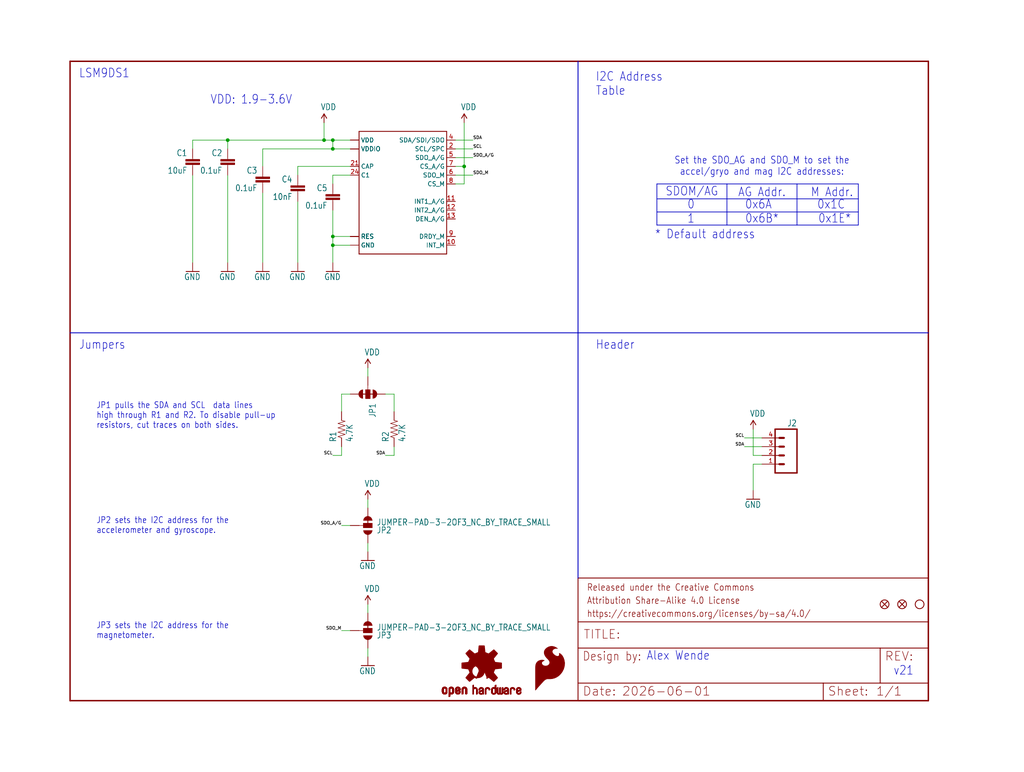
<source format=kicad_sch>
(kicad_sch (version 20230121) (generator eeschema)
  (paper "User" 297.002 223.926)
  (lib_symbols
    (symbol "working-eagle-import:0.1UF-25V(+80/-20%)(0603)"
      (property "Reference" "C" (at 1.524 2.921 0))
      (symbol "0.1UF-25V(+80/-20%)(0603)_1_0"
        (pin passive line (at 0 5.08 270) (length 2.54) (name "1") (number "1"))
        (pin passive line (at 0 -2.54 90) (length 2.54) (name "2") (number "2"))
      )
    )
    (symbol "working-eagle-import:10NF/10000PF-50V-10%(0603)"
      (property "Reference" "C" (at 1.524 2.921 0))
      (symbol "10NF/10000PF-50V-10%(0603)_1_0"
        (pin passive line (at 0 5.08 270) (length 2.54) (name "1") (number "1"))
        (pin passive line (at 0 -2.54 90) (length 2.54) (name "2") (number "2"))
      )
    )
    (symbol "working-eagle-import:10UF-6.3V-20%(0603)"
      (property "Reference" "C" (at 1.524 2.921 0))
      (symbol "10UF-6.3V-20%(0603)_1_0"
        (pin passive line (at 0 5.08 270) (length 2.54) (name "1") (number "1"))
        (pin passive line (at 0 -2.54 90) (length 2.54) (name "2") (number "2"))
      )
    )
    (symbol "working-eagle-import:4.7KOHM-1/10W-1%(0603)"
      (property "Reference" "R" (at -3.81 1.4986 0))
      (symbol "4.7KOHM-1/10W-1%(0603)_1_0"
        (pin passive line (at -5.08 0 0) (length 2.54) (name "1") (number "1"))
        (pin passive line (at 5.08 0 180) (length 2.54) (name "2") (number "2"))
      )
    )
    (symbol "working-eagle-import:FIDUCIALUFIDUCIAL")
    (symbol "working-eagle-import:FRAME-LETTER"
      (symbol "FRAME-LETTER_2_0"
        (text "${#}/${##}" (at 86.36 1.27 0) (effects (font (size 2.54 2.54)) (justify left bottom)))
        (text "${CURRENT_DATE}" (at 12.7 1.27 0) (effects (font (size 2.54 2.54)) (justify left bottom)))
        (text "${PROJECTNAME}" (at 15.494 17.78 0) (effects (font (size 2.7432 2.7432)) (justify left bottom)))
        (text "Attribution Share-Alike 4.0 License" (at 2.54 27.94 0) (effects (font (size 1.9304 1.6408)) (justify left bottom)))
        (text "Date:" (at 1.27 1.27 0) (effects (font (size 2.54 2.54)) (justify left bottom)))
        (text "Design by:" (at 1.27 11.43 0) (effects (font (size 2.54 2.159)) (justify left bottom)))
        (text "https://creativecommons.org/licenses/by-sa/4.0/" (at 2.54 24.13 0) (effects (font (size 1.9304 1.6408)) (justify left bottom)))
        (text "Released under the Creative Commons" (at 2.54 31.75 0) (effects (font (size 1.9304 1.6408)) (justify left bottom)))
        (text "REV:" (at 88.9 11.43 0) (effects (font (size 2.54 2.54)) (justify left bottom)))
        (text "Sheet:" (at 72.39 1.27 0) (effects (font (size 2.54 2.54)) (justify left bottom)))
        (text "TITLE:" (at 1.524 17.78 0) (effects (font (size 2.54 2.54)) (justify left bottom)))
      )
    )
    (symbol "working-eagle-import:GND" (power)
      (property "Value" "GND" (at -2.54 -2.54 0))
      (symbol "GND_1_0"
        (pin power_in line (at 0 2.54 270) (length 2.54) (name "GND") (number "1"))
      )
    )
    (symbol "working-eagle-import:JUMPER-PAD-3-2OF3_NC_BY_TRACE_SMALL"
      (property "Reference" "JP" (at 2.54 0.381 0))
      (symbol "JUMPER-PAD-3-2OF3_NC_BY_TRACE_SMALL_1_0"
        (pin passive line (at 0 5.08 270) (length 2.54) (name "1") (number "1"))
        (pin passive line (at -5.08 0 0) (length 2.54) (name "2") (number "2"))
        (pin passive line (at 0 -5.08 90) (length 2.54) (name "3") (number "3"))
      )
    )
    (symbol "working-eagle-import:JUMPER-PAD-3-NC_BY_TRACE"
      (property "Reference" "JP" (at 2.54 0.381 0))
      (symbol "JUMPER-PAD-3-NC_BY_TRACE_1_0"
        (pin passive line (at 0 5.08 270) (length 2.54) (name "1") (number "1"))
        (pin passive line (at -5.08 0 0) (length 2.54) (name "2") (number "2"))
        (pin passive line (at 0 -5.08 90) (length 2.54) (name "3") (number "3"))
      )
    )
    (symbol "working-eagle-import:LSM9DS1"
      (symbol "LSM9DS1_1_0"
        (pin bidirectional line (at -15.24 12.7 0) (length 2.54) (name "VDDIO") (number "1"))
        (pin bidirectional line (at 15.24 -15.24 180) (length 2.54) (name "INT_M") (number "10"))
        (pin bidirectional line (at 15.24 -2.54 180) (length 2.54) (name "INT1_A/G") (number "11"))
        (pin bidirectional line (at 15.24 -5.08 180) (length 2.54) (name "INT2_A/G") (number "12"))
        (pin bidirectional line (at 15.24 -7.62 180) (length 2.54) (name "DEN_A/G") (number "13"))
        (pin bidirectional line (at -15.24 -12.7 0) (length 2.54) (name "RES") (number "14"))
        (pin bidirectional line (at -15.24 -12.7 0) (length 2.54) (name "RES") (number "15"))
        (pin bidirectional line (at -15.24 -12.7 0) (length 2.54) (name "RES") (number "16"))
        (pin bidirectional line (at -15.24 -12.7 0) (length 2.54) (name "RES") (number "17"))
        (pin bidirectional line (at -15.24 -12.7 0) (length 2.54) (name "RES") (number "18"))
        (pin bidirectional line (at -15.24 -15.24 0) (length 2.54) (name "GND") (number "19"))
        (pin bidirectional line (at 15.24 12.7 180) (length 2.54) (name "SCL/SPC") (number "2"))
        (pin bidirectional line (at -15.24 -15.24 0) (length 2.54) (name "GND") (number "20"))
        (pin bidirectional line (at -15.24 7.62 0) (length 2.54) (name "CAP") (number "21"))
        (pin bidirectional line (at -15.24 15.24 0) (length 2.54) (name "VDD") (number "22"))
        (pin bidirectional line (at -15.24 15.24 0) (length 2.54) (name "VDD") (number "23"))
        (pin bidirectional line (at -15.24 5.08 0) (length 2.54) (name "C1") (number "24"))
        (pin bidirectional line (at -15.24 12.7 0) (length 2.54) (name "VDDIO") (number "3"))
        (pin bidirectional line (at 15.24 15.24 180) (length 2.54) (name "SDA/SDI/SDO") (number "4"))
        (pin bidirectional line (at 15.24 10.16 180) (length 2.54) (name "SDO_A/G") (number "5"))
        (pin bidirectional line (at 15.24 5.08 180) (length 2.54) (name "SDO_M") (number "6"))
        (pin bidirectional line (at 15.24 7.62 180) (length 2.54) (name "CS_A/G") (number "7"))
        (pin bidirectional line (at 15.24 2.54 180) (length 2.54) (name "CS_M") (number "8"))
        (pin bidirectional line (at 15.24 -12.7 180) (length 2.54) (name "DRDY_M") (number "9"))
      )
    )
    (symbol "working-eagle-import:M04NO_SILK_ALL_ROUND"
      (property "Reference" "J" (at -5.08 8.382 0))
      (symbol "M04NO_SILK_ALL_ROUND_1_0"
        (pin passive line (at 5.08 -2.54 180) (length 5.08) (name "1") (number "1"))
        (pin passive line (at 5.08 0 180) (length 5.08) (name "2") (number "2"))
        (pin passive line (at 5.08 2.54 180) (length 5.08) (name "3") (number "3"))
        (pin passive line (at 5.08 5.08 180) (length 5.08) (name "4") (number "4"))
      )
    )
    (symbol "working-eagle-import:OSHW-LOGOMINI")
    (symbol "working-eagle-import:SFE_LOGO_FLAME.1_INCH")
    (symbol "working-eagle-import:STAND-OFF")
    (symbol "working-eagle-import:VDD" (power)
      (property "Value" "VDD" (at -1.016 3.556 0))
      (symbol "VDD_1_0"
        (pin power_in line (at 0 0 90) (length 2.54) (name "VDD") (number "1"))
      )
    )
  )
  (junction (at 96.52 71.12))
  (junction (at 96.52 43.18))
  (junction (at 66.04 40.64))
  (junction (at 93.98 40.64))
  (junction (at 96.52 68.58))
  (junction (at 96.52 40.64))
  (junction (at 134.62 48.26))
  (wire (pts (xy 96.52 71.12) (xy 96.52 76.2)) (stroke (width 0.1524)))
  (wire (pts (xy 96.52 43.18) (xy 76.2 43.18)) (stroke (width 0.1524)))
  (polyline (pts (xy 167.64 167.64) (xy 167.64 96.52)) (stroke (width 0.254) (type solid)))
  (wire (pts (xy 101.6 114.3) (xy 99.06 114.3)) (stroke (width 0.1524)))
  (polyline (pts (xy 190.5 61.468) (xy 190.5 57.658)) (stroke (width 0.2032) (type solid)))
  (polyline (pts (xy 248.92 61.468) (xy 248.92 65.278)) (stroke (width 0.2032) (type solid)))
  (wire (pts (xy 76.2 43.18) (xy 76.2 48.26)) (stroke (width 0.1524)))
  (wire (pts (xy 132.08 40.64) (xy 137.16 40.64)) (stroke (width 0.1524)))
  (wire (pts (xy 218.44 134.62) (xy 218.44 142.24)) (stroke (width 0.1524)))
  (wire (pts (xy 220.98 127) (xy 215.9 127)) (stroke (width 0.1524)))
  (wire (pts (xy 96.52 40.64) (xy 93.98 40.64)) (stroke (width 0.1524)))
  (wire (pts (xy 55.88 40.64) (xy 55.88 43.18)) (stroke (width 0.1524)))
  (wire (pts (xy 111.76 114.3) (xy 114.3 114.3)) (stroke (width 0.1524)))
  (wire (pts (xy 106.68 187.96) (xy 106.68 190.5)) (stroke (width 0.1524)))
  (wire (pts (xy 218.44 132.08) (xy 218.44 124.46)) (stroke (width 0.1524)))
  (wire (pts (xy 106.68 109.22) (xy 106.68 106.68)) (stroke (width 0.1524)))
  (polyline (pts (xy 190.5 57.658) (xy 190.5 53.34)) (stroke (width 0.2032) (type solid)))
  (wire (pts (xy 106.68 177.8) (xy 106.68 175.26)) (stroke (width 0.1524)))
  (polyline (pts (xy 210.82 53.34) (xy 210.82 65.278)) (stroke (width 0.2032) (type solid)))
  (wire (pts (xy 86.36 58.42) (xy 86.36 76.2)) (stroke (width 0.1524)))
  (wire (pts (xy 132.08 45.72) (xy 137.16 45.72)) (stroke (width 0.1524)))
  (wire (pts (xy 101.6 152.4) (xy 99.06 152.4)) (stroke (width 0.1524)))
  (wire (pts (xy 132.08 48.26) (xy 134.62 48.26)) (stroke (width 0.1524)))
  (wire (pts (xy 220.98 129.54) (xy 215.9 129.54)) (stroke (width 0.1524)))
  (wire (pts (xy 96.52 68.58) (xy 96.52 60.96)) (stroke (width 0.1524)))
  (wire (pts (xy 114.3 129.54) (xy 114.3 132.08)) (stroke (width 0.1524)))
  (wire (pts (xy 132.08 53.34) (xy 134.62 53.34)) (stroke (width 0.1524)))
  (wire (pts (xy 114.3 114.3) (xy 114.3 119.38)) (stroke (width 0.1524)))
  (polyline (pts (xy 210.82 65.278) (xy 190.5 65.278)) (stroke (width 0.2032) (type solid)))
  (polyline (pts (xy 190.5 57.658) (xy 248.92 57.658)) (stroke (width 0.2032) (type solid)))
  (polyline (pts (xy 248.92 57.658) (xy 248.92 61.468)) (stroke (width 0.2032) (type solid)))
  (wire (pts (xy 93.98 40.64) (xy 66.04 40.64)) (stroke (width 0.1524)))
  (wire (pts (xy 132.08 43.18) (xy 137.16 43.18)) (stroke (width 0.1524)))
  (wire (pts (xy 96.52 50.8) (xy 96.52 53.34)) (stroke (width 0.1524)))
  (wire (pts (xy 134.62 53.34) (xy 134.62 48.26)) (stroke (width 0.1524)))
  (wire (pts (xy 96.52 43.18) (xy 96.52 40.64)) (stroke (width 0.1524)))
  (polyline (pts (xy 190.5 61.468) (xy 248.92 61.468)) (stroke (width 0.2032) (type solid)))
  (polyline (pts (xy 210.82 53.34) (xy 231.14 53.34)) (stroke (width 0.2032) (type solid)))
  (wire (pts (xy 86.36 48.26) (xy 86.36 50.8)) (stroke (width 0.1524)))
  (wire (pts (xy 99.06 129.54) (xy 99.06 132.08)) (stroke (width 0.1524)))
  (wire (pts (xy 101.6 71.12) (xy 96.52 71.12)) (stroke (width 0.1524)))
  (wire (pts (xy 106.68 157.48) (xy 106.68 160.02)) (stroke (width 0.1524)))
  (polyline (pts (xy 190.5 65.278) (xy 190.5 61.468)) (stroke (width 0.2032) (type solid)))
  (wire (pts (xy 101.6 182.88) (xy 99.06 182.88)) (stroke (width 0.1524)))
  (wire (pts (xy 93.98 35.56) (xy 93.98 40.64)) (stroke (width 0.1524)))
  (polyline (pts (xy 167.64 96.52) (xy 167.64 17.78)) (stroke (width 0.254) (type solid)))
  (wire (pts (xy 66.04 40.64) (xy 55.88 40.64)) (stroke (width 0.1524)))
  (wire (pts (xy 76.2 55.88) (xy 76.2 76.2)) (stroke (width 0.1524)))
  (wire (pts (xy 55.88 50.8) (xy 55.88 76.2)) (stroke (width 0.1524)))
  (wire (pts (xy 99.06 132.08) (xy 96.52 132.08)) (stroke (width 0.1524)))
  (wire (pts (xy 101.6 50.8) (xy 96.52 50.8)) (stroke (width 0.1524)))
  (wire (pts (xy 220.98 134.62) (xy 218.44 134.62)) (stroke (width 0.1524)))
  (wire (pts (xy 220.98 132.08) (xy 218.44 132.08)) (stroke (width 0.1524)))
  (wire (pts (xy 99.06 114.3) (xy 99.06 119.38)) (stroke (width 0.1524)))
  (wire (pts (xy 106.68 144.78) (xy 106.68 147.32)) (stroke (width 0.1524)))
  (wire (pts (xy 132.08 50.8) (xy 137.16 50.8)) (stroke (width 0.1524)))
  (polyline (pts (xy 248.92 53.34) (xy 248.92 57.658)) (stroke (width 0.2032) (type solid)))
  (polyline (pts (xy 190.5 53.34) (xy 210.82 53.34)) (stroke (width 0.2032) (type solid)))
  (polyline (pts (xy 231.14 53.34) (xy 231.14 65.278)) (stroke (width 0.2032) (type solid)))
  (polyline (pts (xy 20.32 96.52) (xy 167.64 96.52)) (stroke (width 0.254) (type solid)))
  (wire (pts (xy 114.3 132.08) (xy 111.76 132.08)) (stroke (width 0.1524)))
  (polyline (pts (xy 231.14 53.34) (xy 248.92 53.34)) (stroke (width 0.2032) (type solid)))
  (wire (pts (xy 66.04 43.18) (xy 66.04 40.64)) (stroke (width 0.1524)))
  (polyline (pts (xy 248.92 65.278) (xy 231.14 65.278)) (stroke (width 0.2032) (type solid)))
  (polyline (pts (xy 167.64 96.52) (xy 269.24 96.52)) (stroke (width 0.254) (type solid)))
  (wire (pts (xy 101.6 48.26) (xy 86.36 48.26)) (stroke (width 0.1524)))
  (wire (pts (xy 134.62 48.26) (xy 134.62 35.56)) (stroke (width 0.1524)))
  (polyline (pts (xy 231.14 65.278) (xy 210.82 65.278)) (stroke (width 0.2032) (type solid)))
  (wire (pts (xy 101.6 68.58) (xy 96.52 68.58)) (stroke (width 0.1524)))
  (wire (pts (xy 96.52 71.12) (xy 96.52 68.58)) (stroke (width 0.1524)))
  (wire (pts (xy 101.6 43.18) (xy 96.52 43.18)) (stroke (width 0.1524)))
  (wire (pts (xy 101.6 40.64) (xy 96.52 40.64)) (stroke (width 0.1524)))
  (wire (pts (xy 66.04 50.8) (xy 66.04 76.2)) (stroke (width 0.1524)))
  (text "AG Addr." (at 220.98 55.88 0) (effects (font (size 2.54 2.159))))
  (text "JP2 sets the I2C address for the\naccelerometer and gyroscope." (at 27.94 154.94 0) (effects (font (size 1.778 1.5113)) (justify left bottom)))
  (text "Alex Wende" (at 187.452 191.77 0) (effects (font (size 2.54 2.159)) (justify left bottom)))
  (text "M Addr." (at 241.3 55.88 0) (effects (font (size 2.54 2.159))))
  (text "Set the SDO_AG and SDO_M to set the\naccel/gryo and mag I2C addresses:" (at 220.98 48.26 0) (effects (font (size 2.032 1.7272))))
  (text "Header" (at 172.72 101.6 0) (effects (font (size 2.54 2.159)) (justify left bottom)))
  (text "LSM9DS1" (at 22.86 22.86 0) (effects (font (size 2.54 2.159)) (justify left bottom)))
  (text "0x1C" (at 241.046 59.436 0) (effects (font (size 2.54 2.159))))
  (text "0\n1" (at 200.406 61.468 0) (effects (font (size 2.54 2.159))))
  (text "JP3 sets the I2C address for the\nmagnetometer." (at 27.94 185.42 0) (effects (font (size 1.778 1.5113)) (justify left bottom)))
  (text "I2C Address\nTable" (at 172.72 27.94 0) (effects (font (size 2.54 2.159)) (justify left bottom)))
  (text "SDOM/AG" (at 200.66 55.626 0) (effects (font (size 2.54 2.159))))
  (text "VDD: 1.9-3.6V" (at 60.96 30.48 0) (effects (font (size 2.54 2.159)) (justify left bottom)))
  (text "0x6A" (at 219.964 59.436 0) (effects (font (size 2.54 2.159))))
  (text "0x1E*" (at 242.062 63.5 0) (effects (font (size 2.54 2.159))))
  (text "Jumpers" (at 22.86 101.6 0) (effects (font (size 2.54 2.159)) (justify left bottom)))
  (text "0x6B*" (at 220.98 63.5 0) (effects (font (size 2.54 2.159))))
  (text "* Default address" (at 204.47 68.072 0) (effects (font (size 2.54 2.159))))
  (text "v21" (at 259.08 196.088 0) (effects (font (size 2.54 2.159)) (justify left bottom)))
  (text "JP1 pulls the SDA and SCL  data lines\nhigh through R1 and R2. To disable pull-up\nresistors, cut traces on both sides." (at 27.94 124.46 0) (effects (font (size 1.778 1.5113)) (justify left bottom)))
  (label "SDA" (at 137.16 40.64 0) (effects (font (size 0.889 0.889))))
  (label "SDA" (at 215.9 129.54 180) (effects (font (size 0.889 0.889))))
  (label "SDO_A/G" (at 99.06 152.4 180) (effects (font (size 0.889 0.889))))
  (label "SDO_M" (at 99.06 182.88 180) (effects (font (size 0.889 0.889))))
  (label "SDO_A/G" (at 137.16 45.72 0) (effects (font (size 0.889 0.889))))
  (label "SDO_M" (at 137.16 50.8 0) (effects (font (size 0.889 0.889))))
  (label "SCL" (at 96.52 132.08 180) (effects (font (size 0.889 0.889))))
  (label "SCL" (at 215.9 127 180) (effects (font (size 0.889 0.889))))
  (label "SCL" (at 137.16 43.18 0) (effects (font (size 0.889 0.889))))
  (label "SDA" (at 111.76 132.08 180) (effects (font (size 0.889 0.889))))
  (symbol (lib_id "working-eagle-import:FRAME-LETTER") (at 167.64 203.2 0) (unit 2)
    (property "Reference" "FRAME1" (effects hide))
    (property "Value" "FRAME-LETTER" (effects hide))
    (property "Footprint" "working:CREATIVE_COMMONS" (effects hide))
  )
  (symbol (lib_id "working-eagle-import:GND") (at 55.88 78.74 0) (unit 1)
    (property "Reference" "#GND1" (effects hide))
    (property "Value" "GND" (at 53.34 81.28 0) (effects (font (size 1.778 1.5113)) (justify left bottom)))
  )
  (symbol (lib_id "working-eagle-import:VDD") (at 93.98 35.56 0) (unit 1)
    (property "Reference" "#SUPPLY1" (effects hide))
    (property "Value" "VDD" (at 92.964 32.004 0) (effects (font (size 1.778 1.5113)) (justify left bottom)))
  )
  (symbol (lib_id "working-eagle-import:GND") (at 76.2 78.74 0) (unit 1)
    (property "Reference" "#GND3" (effects hide))
    (property "Value" "GND" (at 73.66 81.28 0) (effects (font (size 1.778 1.5113)) (justify left bottom)))
  )
  (symbol (lib_id "working-eagle-import:FIDUCIALUFIDUCIAL") (at 256.54 175.26 0) (unit 1)
    (property "Reference" "FD4" (effects hide))
    (property "Value" "FIDUCIALUFIDUCIAL" (effects hide))
    (property "Footprint" "working:MICRO-FIDUCIAL" (effects hide))
  )
  (symbol (lib_id "working-eagle-import:VDD") (at 106.68 106.68 0) (unit 1)
    (property "Reference" "#SUPPLY2" (effects hide))
    (property "Value" "VDD" (at 105.664 103.124 0) (effects (font (size 1.778 1.5113)) (justify left bottom)))
  )
  (symbol (lib_id "working-eagle-import:JUMPER-PAD-3-2OF3_NC_BY_TRACE_SMALL") (at 106.68 152.4 0) (mirror x) (unit 1)
    (property "Reference" "JP2" (at 109.22 152.781 0) (effects (font (size 1.778 1.5113)) (justify left bottom)))
    (property "Value" "JUMPER-PAD-3-2OF3_NC_BY_TRACE_SMALL" (at 109.22 150.495 0) (effects (font (size 1.778 1.5113)) (justify left bottom)))
    (property "Footprint" "working:PAD-JUMPER-3-2OF3_NC_BY_TRACE_YES_SILK_FULL_BOX" (effects hide))
  )
  (symbol (lib_id "working-eagle-import:GND") (at 96.52 78.74 0) (unit 1)
    (property "Reference" "#GND5" (effects hide))
    (property "Value" "GND" (at 93.98 81.28 0) (effects (font (size 1.778 1.5113)) (justify left bottom)))
  )
  (symbol (lib_id "working-eagle-import:FIDUCIALUFIDUCIAL") (at 261.62 175.26 0) (unit 1)
    (property "Reference" "FD3" (effects hide))
    (property "Value" "FIDUCIALUFIDUCIAL" (effects hide))
    (property "Footprint" "working:MICRO-FIDUCIAL" (effects hide))
  )
  (symbol (lib_id "working-eagle-import:GND") (at 86.36 78.74 0) (unit 1)
    (property "Reference" "#GND4" (effects hide))
    (property "Value" "GND" (at 83.82 81.28 0) (effects (font (size 1.778 1.5113)) (justify left bottom)))
  )
  (symbol (lib_id "working-eagle-import:SFE_LOGO_FLAME.1_INCH") (at 154.94 200.66 0) (unit 1)
    (property "Reference" "LOGO1" (effects hide))
    (property "Value" "SFE_LOGO_FLAME.1_INCH" (effects hide))
    (property "Footprint" "working:SFE_LOGO_FLAME_.1" (effects hide))
  )
  (symbol (lib_id "working-eagle-import:10NF/10000PF-50V-10%(0603)") (at 86.36 55.88 0) (mirror y) (unit 1)
    (property "Reference" "C4" (at 84.836 52.959 0) (effects (font (size 1.778 1.5113)) (justify left bottom)))
    (property "Value" "10nF" (at 84.836 58.039 0) (effects (font (size 1.778 1.5113)) (justify left bottom)))
    (property "Footprint" "working:0603-CAP" (effects hide))
  )
  (symbol (lib_id "working-eagle-import:FRAME-LETTER") (at 20.32 203.2 0) (unit 1)
    (property "Reference" "FRAME1" (effects hide))
    (property "Value" "FRAME-LETTER" (effects hide))
    (property "Footprint" "working:CREATIVE_COMMONS" (effects hide))
  )
  (symbol (lib_id "working-eagle-import:0.1UF-25V(+80/-20%)(0603)") (at 96.52 58.42 0) (mirror y) (unit 1)
    (property "Reference" "C5" (at 94.996 55.499 0) (effects (font (size 1.778 1.5113)) (justify left bottom)))
    (property "Value" "0.1uF" (at 94.996 60.579 0) (effects (font (size 1.778 1.5113)) (justify left bottom)))
    (property "Footprint" "working:0603-CAP" (effects hide))
  )
  (symbol (lib_id "working-eagle-import:LSM9DS1") (at 116.84 55.88 0) (unit 1)
    (property "Reference" "U1" (effects hide))
    (property "Value" "LSM9DS1" (effects hide))
    (property "Footprint" "working:LGA24-8X4" (effects hide))
  )
  (symbol (lib_id "working-eagle-import:JUMPER-PAD-3-2OF3_NC_BY_TRACE_SMALL") (at 106.68 182.88 0) (mirror x) (unit 1)
    (property "Reference" "JP3" (at 109.22 183.261 0) (effects (font (size 1.778 1.5113)) (justify left bottom)))
    (property "Value" "JUMPER-PAD-3-2OF3_NC_BY_TRACE_SMALL" (at 109.22 180.975 0) (effects (font (size 1.778 1.5113)) (justify left bottom)))
    (property "Footprint" "working:PAD-JUMPER-3-2OF3_NC_BY_TRACE_YES_SILK_FULL_BOX" (effects hide))
  )
  (symbol (lib_id "working-eagle-import:VDD") (at 106.68 144.78 0) (unit 1)
    (property "Reference" "#SUPPLY5" (effects hide))
    (property "Value" "VDD" (at 105.664 141.224 0) (effects (font (size 1.778 1.5113)) (justify left bottom)))
  )
  (symbol (lib_id "working-eagle-import:STAND-OFF") (at 266.7 175.26 0) (unit 1)
    (property "Reference" "H1" (effects hide))
    (property "Value" "STAND-OFF" (effects hide))
    (property "Footprint" "working:STAND-OFF" (effects hide))
  )
  (symbol (lib_id "working-eagle-import:4.7KOHM-1/10W-1%(0603)") (at 114.3 124.46 90) (unit 1)
    (property "Reference" "R2" (at 112.8014 128.27 0) (effects (font (size 1.778 1.5113)) (justify left bottom)))
    (property "Value" "4.7K" (at 117.602 128.27 0) (effects (font (size 1.778 1.5113)) (justify left bottom)))
    (property "Footprint" "working:0603-RES" (effects hide))
  )
  (symbol (lib_id "working-eagle-import:0.1UF-25V(+80/-20%)(0603)") (at 76.2 53.34 0) (mirror y) (unit 1)
    (property "Reference" "C3" (at 74.676 50.419 0) (effects (font (size 1.778 1.5113)) (justify left bottom)))
    (property "Value" "0.1uF" (at 74.676 55.499 0) (effects (font (size 1.778 1.5113)) (justify left bottom)))
    (property "Footprint" "working:0603-CAP" (effects hide))
  )
  (symbol (lib_id "working-eagle-import:GND") (at 218.44 144.78 0) (unit 1)
    (property "Reference" "#GND6" (effects hide))
    (property "Value" "GND" (at 215.9 147.32 0) (effects (font (size 1.778 1.5113)) (justify left bottom)))
  )
  (symbol (lib_id "working-eagle-import:VDD") (at 134.62 35.56 0) (unit 1)
    (property "Reference" "#SUPPLY4" (effects hide))
    (property "Value" "VDD" (at 133.604 32.004 0) (effects (font (size 1.778 1.5113)) (justify left bottom)))
  )
  (symbol (lib_id "working-eagle-import:VDD") (at 218.44 124.46 0) (unit 1)
    (property "Reference" "#SUPPLY3" (effects hide))
    (property "Value" "VDD" (at 217.424 120.904 0) (effects (font (size 1.778 1.5113)) (justify left bottom)))
  )
  (symbol (lib_id "working-eagle-import:0.1UF-25V(+80/-20%)(0603)") (at 66.04 48.26 0) (mirror y) (unit 1)
    (property "Reference" "C2" (at 64.516 45.339 0) (effects (font (size 1.778 1.5113)) (justify left bottom)))
    (property "Value" "0.1uF" (at 64.516 50.419 0) (effects (font (size 1.778 1.5113)) (justify left bottom)))
    (property "Footprint" "working:0603-CAP" (effects hide))
  )
  (symbol (lib_id "working-eagle-import:GND") (at 106.68 193.04 0) (unit 1)
    (property "Reference" "#GND8" (effects hide))
    (property "Value" "GND" (at 104.14 195.58 0) (effects (font (size 1.778 1.5113)) (justify left bottom)))
  )
  (symbol (lib_id "working-eagle-import:JUMPER-PAD-3-NC_BY_TRACE") (at 106.68 114.3 270) (unit 1)
    (property "Reference" "JP1" (at 107.061 116.84 0) (effects (font (size 1.778 1.5113)) (justify left bottom)))
    (property "Value" "JUMPER-PAD-3-NC_BY_TRACE" (effects hide))
    (property "Footprint" "working:PAD-JUMPER-3-3OF3_NC_BY_TRACE_YES_SILK_FULL_BOX" (effects hide))
  )
  (symbol (lib_id "working-eagle-import:GND") (at 106.68 162.56 0) (unit 1)
    (property "Reference" "#GND7" (effects hide))
    (property "Value" "GND" (at 104.14 165.1 0) (effects (font (size 1.778 1.5113)) (justify left bottom)))
  )
  (symbol (lib_id "working-eagle-import:10UF-6.3V-20%(0603)") (at 55.88 48.26 0) (mirror y) (unit 1)
    (property "Reference" "C1" (at 54.356 45.339 0) (effects (font (size 1.778 1.5113)) (justify left bottom)))
    (property "Value" "10uF" (at 54.356 50.419 0) (effects (font (size 1.778 1.5113)) (justify left bottom)))
    (property "Footprint" "working:0603-CAP" (effects hide))
  )
  (symbol (lib_id "working-eagle-import:GND") (at 66.04 78.74 0) (unit 1)
    (property "Reference" "#GND2" (effects hide))
    (property "Value" "GND" (at 63.5 81.28 0) (effects (font (size 1.778 1.5113)) (justify left bottom)))
  )
  (symbol (lib_id "working-eagle-import:VDD") (at 106.68 175.26 0) (unit 1)
    (property "Reference" "#SUPPLY6" (effects hide))
    (property "Value" "VDD" (at 105.664 171.704 0) (effects (font (size 1.778 1.5113)) (justify left bottom)))
  )
  (symbol (lib_id "working-eagle-import:OSHW-LOGOMINI") (at 139.7 193.04 0) (unit 1)
    (property "Reference" "LOGO3" (effects hide))
    (property "Value" "OSHW-LOGOMINI" (effects hide))
    (property "Footprint" "working:OSHW-LOGO-MINI" (effects hide))
  )
  (symbol (lib_id "working-eagle-import:4.7KOHM-1/10W-1%(0603)") (at 99.06 124.46 90) (unit 1)
    (property "Reference" "R1" (at 97.5614 128.27 0) (effects (font (size 1.778 1.5113)) (justify left bottom)))
    (property "Value" "4.7K" (at 102.362 128.27 0) (effects (font (size 1.778 1.5113)) (justify left bottom)))
    (property "Footprint" "working:0603-RES" (effects hide))
  )
  (symbol (lib_id "working-eagle-import:M04NO_SILK_ALL_ROUND") (at 226.06 132.08 0) (mirror y) (unit 1)
    (property "Reference" "J2" (at 231.14 123.698 0) (effects (font (size 1.778 1.5113)) (justify left bottom)))
    (property "Value" "M04NO_SILK_ALL_ROUND" (effects hide))
    (property "Footprint" "working:1X04_NO_SILK_ALL_ROUND" (effects hide))
  )
)
</source>
